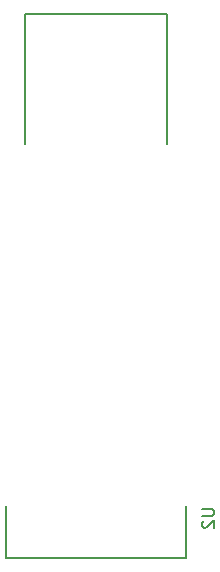
<source format=gbr>
%TF.GenerationSoftware,KiCad,Pcbnew,7.0.10*%
%TF.CreationDate,2024-02-19T12:02:35-07:00*%
%TF.ProjectId,jamie,6a616d69-652e-46b6-9963-61645f706362,rev?*%
%TF.SameCoordinates,Original*%
%TF.FileFunction,Legend,Bot*%
%TF.FilePolarity,Positive*%
%FSLAX46Y46*%
G04 Gerber Fmt 4.6, Leading zero omitted, Abs format (unit mm)*
G04 Created by KiCad (PCBNEW 7.0.10) date 2024-02-19 12:02:35*
%MOMM*%
%LPD*%
G01*
G04 APERTURE LIST*
%ADD10C,0.150000*%
%ADD11C,0.127000*%
G04 APERTURE END LIST*
D10*
X176619819Y-109568095D02*
X177429342Y-109568095D01*
X177429342Y-109568095D02*
X177524580Y-109615714D01*
X177524580Y-109615714D02*
X177572200Y-109663333D01*
X177572200Y-109663333D02*
X177619819Y-109758571D01*
X177619819Y-109758571D02*
X177619819Y-109949047D01*
X177619819Y-109949047D02*
X177572200Y-110044285D01*
X177572200Y-110044285D02*
X177524580Y-110091904D01*
X177524580Y-110091904D02*
X177429342Y-110139523D01*
X177429342Y-110139523D02*
X176619819Y-110139523D01*
X176715057Y-110568095D02*
X176667438Y-110615714D01*
X176667438Y-110615714D02*
X176619819Y-110710952D01*
X176619819Y-110710952D02*
X176619819Y-110949047D01*
X176619819Y-110949047D02*
X176667438Y-111044285D01*
X176667438Y-111044285D02*
X176715057Y-111091904D01*
X176715057Y-111091904D02*
X176810295Y-111139523D01*
X176810295Y-111139523D02*
X176905533Y-111139523D01*
X176905533Y-111139523D02*
X177048390Y-111091904D01*
X177048390Y-111091904D02*
X177619819Y-110520476D01*
X177619819Y-110520476D02*
X177619819Y-111139523D01*
D11*
%TO.C,U2*%
X175260000Y-113665000D02*
X160020000Y-113665000D01*
X160020000Y-113665000D02*
X160020000Y-109295000D01*
X175260000Y-109295000D02*
X175260000Y-113665000D01*
X173650000Y-78645000D02*
X173650000Y-67625000D01*
X173650000Y-67625000D02*
X161630000Y-67625000D01*
X161630000Y-67625000D02*
X161630000Y-78645000D01*
%TD*%
M02*

</source>
